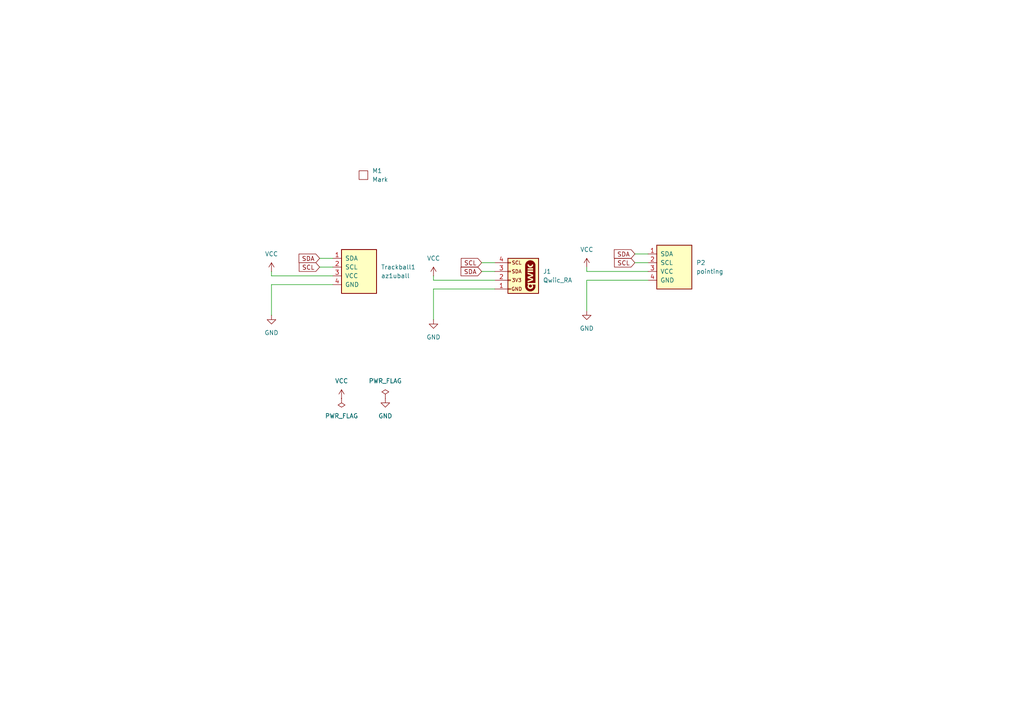
<source format=kicad_sch>
(kicad_sch (version 20231120) (generator "eeschema") (generator_version "8.0")
  (paper "A4")
  (lib_symbols
    (symbol "BrownSugar_KBD:Mark" (pin_numbers hide) (pin_names (offset 0) hide)
      (property "Reference" "M" (at 0 3.81 0))
      (property "Value" "Mark" (at 0 2.54 0))
      (symbol "Mark_0_1"
        (rectangle (start -1.27 1.27) (end 1.27 -1.27))
      )
    )
    (symbol "BrownSugar_KBD:OLED" (pin_names (offset 1.016))
      (property "Reference" "OL" (at 0 7.62 0))
      (property "Value" "OLED" (at 0 -7.62 0))
      (symbol "OLED_0_1"
        (rectangle (start -5.08 6.35) (end 5.08 -6.35) (stroke (width 0.254)) (fill (type background)))
      )
      (symbol "OLED_1_1"
        (pin bidirectional line (at -7.62 3.81 0) (length 2.54) (name "SDA") (number "1"))
        (pin bidirectional line (at -7.62 1.27 0) (length 2.54) (name "SCL") (number "2"))
        (pin power_in line (at -7.62 -1.27 0) (length 2.54) (name "VCC") (number "3"))
        (pin power_in line (at -7.62 -3.81 0) (length 2.54) (name "GND") (number "4"))
      )
    )
    (symbol "SparkFun-Connector:Qwiic_Right_Angle" (pin_names (offset 1.016) hide)
      (property "Reference" "J" (at 0 5.08 0))
      (property "Value" "Qwiic_RA" (at 0 -7.62 0))
      (symbol "Qwiic_Right_Angle_0_0"
        (polyline (pts (xy 5.6514 -4.1459) (xy 5.6299 -4.0654) (xy 5.5924 -3.9985) (xy 5.5373 -3.9428) (xy 5.4632 -3.8962) (xy 5.4394 -3.8843) (xy 5.402 -3.8678) (xy 5.3681 -3.8578) (xy 5.3294 -3.8521) (xy 5.2774 -3.8485) (xy 5.2184 -3.8474) (xy 5.1227 -3.8564) (xy 5.0405 -3.8803) (xy 4.9695 -3.9199) (xy 4.9078 -3.9759) (xy 4.8937 -3.9923) (xy 4.8535 -4.0549) (xy 4.8308 -4.124) (xy 4.8237 -4.2048) (xy 4.8239 -4.222) (xy 4.8343 -4.3011) (xy 4.8608 -4.3692) (xy 4.9051 -4.4308) (xy 4.9328 -4.4589) (xy 5.0009 -4.509) (xy 5.0793 -4.5424) (xy 5.1699 -4.5595) (xy 5.2745 -4.5612) (xy 5.3262 -4.5564) (xy 5.4199 -4.5347) (xy 5.4992 -4.4971) (xy 5.5638 -4.444) (xy 5.6131 -4.3757) (xy 5.6467 -4.2926) (xy 5.65 -4.2788) (xy 5.656 -4.2325) (xy 5.6563 -4.1875) (xy 5.6514 -4.1459)) (stroke (width 0.01)) (fill (type outline)))
        (polyline (pts (xy 6.6693 -0.6791) (xy 6.666 1.9332) (xy 6.6418 2.0386) (xy 6.6301 2.0866) (xy 6.5791 2.2527) (xy 6.5141 2.404) (xy 6.4337 2.5432) (xy 6.3364 2.673) (xy 6.2208 2.7959) (xy 6.1699 2.8428) (xy 6.0305 2.9527) (xy 5.8839 3.0422) (xy 5.7295 3.1115) (xy 5.5668 3.1608) (xy 5.3953 3.1902) (xy 5.2146 3.1999) (xy 5.1695 3.1994) (xy 5.0056 3.1868) (xy 4.8507 3.1568) (xy 4.7006 3.1083) (xy 4.5508 3.0404) (xy 4.5104 3.0187) (xy 4.3609 2.9237) (xy 4.2262 2.8129) (xy 4.1067 2.6872) (xy 4.0032 2.5475) (xy 3.9162 2.3947) (xy 3.8466 2.2295) (xy 3.7947 2.0528) (xy 3.7931 2.0453) (xy 3.7912 2.0356) (xy 3.7895 2.0242) (xy 3.7879 2.0106) (xy 3.7864 1.9938) (xy 3.785 1.9733) (xy 3.7837 1.9481) (xy 3.7825 1.9176) (xy 3.7815 1.8811) (xy 3.7805 1.8377) (xy 3.7796 1.7868) (xy 3.7789 1.7275) (xy 3.7781 1.6592) (xy 3.7775 1.5811) (xy 3.777 1.4925) (xy 3.7765 1.3925) (xy 3.7761 1.2805) (xy 3.7757 1.1557) (xy 3.7754 1.0174) (xy 3.7751 0.8648) (xy 3.7749 0.6972) (xy 3.7748 0.5138) (xy 3.7746 0.3139) (xy 3.7745 0.0967) (xy 3.7745 -0.1385) (xy 3.7744 -0.3925) (xy 3.7744 -0.666) (xy 3.7744 -0.9597) (xy 3.7744 -1.2744) (xy 3.7744 -4.5147) (xy 3.8041 -4.6318) (xy 3.8237 -4.7026) (xy 3.8837 -4.868) (xy 3.9606 -5.0206) (xy 4.0556 -5.1623) (xy 4.1695 -5.2947) (xy 4.2945 -5.4115) (xy 4.4355 -5.5159) (xy 4.5859 -5.6007) (xy 4.7459 -5.6661) (xy 4.916 -5.7122) (xy 5.0965 -5.7394) (xy 5.2571 -5.7442) (xy 5.4226 -5.7293) (xy 5.5891 -5.6949) (xy 5.7533 -5.6416) (xy 5.8236 -5.6121) (xy 5.9729 -5.5329) (xy 6.1112 -5.4365) (xy 6.237 -5.3244) (xy 6.3494 -5.1984) (xy 6.4469 -5.0601) (xy 6.5284 -4.9112) (xy 6.5926 -4.7532) (xy 6.6384 -4.5879) (xy 6.6645 -4.4168) (xy 6.6652 -4.405) (xy 6.6664 -4.3703) (xy 6.6676 -4.3199) (xy 6.6687 -4.2572) (xy 6.6696 -4.1859) (xy 6.6703 -4.1097) (xy 6.6721 -3.846) (xy 6.2655 -3.846) (xy 5.8589 -3.846) (xy 5.9219 -3.9104) (xy 5.9349 -3.9241) (xy 6.0001 -4.0112) (xy 6.0471 -4.1097) (xy 6.0754 -4.2189) (xy 6.085 -4.338) (xy 6.0781 -4.4509) (xy 6.0523 -4.5755) (xy 6.0066 -4.6941) (xy 5.952 -4.7864) (xy 5.8765 -4.8752) (xy 5.7858 -4.9517) (xy 5.6826 -5.0132) (xy 5.6313 -5.0372) (xy 5.5644 -5.0638) (xy 5.4981 -5.0834) (xy 5.4249 -5.0981) (xy 5.3375 -5.1098) (xy 5.2452 -5.1158) (xy 5.122 -5.1113) (xy 5.0004 -5.0938) (xy 4.8864 -5.0641) (xy 4.7856 -5.0232) (xy 4.6831 -4.9619) (xy 4.5878 -4.8817) (xy 4.5089 -4.7878) (xy 4.4472 -4.6811) (xy 4.4036 -4.5627) (xy 4.4031 -4.5611) (xy 4.3912 -4.4987) (xy 4.3845 -4.4244) (xy 4.3831 -4.3446) (xy 4.3869 -4.2661) (xy 4.3957 -4.1956) (xy 4.4094 -4.1396) (xy 4.4322 -4.082) (xy 4.485 -3.9879) (xy 4.5552 -3.9031) (xy 4.6109 -3.846) (xy 4.5052 -3.846) (xy 4.3996 -3.846) (xy 4.3996 -3.5687) (xy 4.3996 -3.2914) (xy 4.405 -3.2914) (xy 4.405 -3.2023) (xy 4.4021 -2.9296) (xy 4.4018 -2.8964) (xy 4.4015 -2.8076) (xy 4.4023 -2.7393) (xy 4.4041 -2.6908) (xy 4.407 -2.6611) (xy 4.4111 -2.6495) (xy 4.4137 -2.6484) (xy 4.434 -2.6418) (xy 4.4723 -2.6298) (xy 4.5268 -2.6132) (xy 4.5954 -2.5924) (xy 4.6761 -2.5683) (xy 4.767 -2.5412) (xy 4.866 -2.5118) (xy 4.9713 -2.4808) (xy 5.0173 -2.4672) (xy 5.119 -2.4369) (xy 5.2131 -2.4086) (xy 5.2977 -2.3828) (xy 5.3709 -2.3601) (xy 5.4307 -2.3411) (xy 5.4753 -2.3264) (xy 5.5029 -2.3166) (xy 5.5114 -2.3123) (xy 5.505 -2.3098) (xy 5.4796 -2.3016) (xy 5.4371 -2.2885) (xy 5.3794 -2.2711) (xy 5.3088 -2.2502) (xy 5.2275 -2.2264) (xy 5.1375 -2.2002) (xy 5.0411 -2.1724) (xy 4.9851 -2.1562) (xy 4.8864 -2.1278) (xy 4.7926 -2.1007) (xy 4.7062 -2.0757) (xy 4.63 -2.0536) (xy 4.5666 -2.0351) (xy 4.5187 -2.0211) (xy 4.4891 -2.0123) (xy 4.3992 -1.9852) (xy 4.4021 -1.7229) (xy 4.405 -1.4606) (xy 4.5844 -1.4084) (xy 4.6163 -1.3992) (xy 4.7739 -1.3533) (xy 4.9121 -1.3131) (xy 5.0321 -1.278) (xy 5.1352 -1.2478) (xy 5.2224 -1.2221) (xy 5.2951 -1.2004) (xy 5.3545 -1.1824) (xy 5.4018 -1.1676) (xy 5.4382 -1.1558) (xy 5.465 -1.1465) (xy 5.4834 -1.1392) (xy 5.4945 -1.1338) (xy 5.4997 -1.1296) (xy 5.5001 -1.1264) (xy 5.497 -1.1238) (xy 5.4915 -1.1214) (xy 5.4896 -1.1207) (xy 5.4687 -1.114) (xy 5.4296 -1.1019) (xy 5.3743 -1.0851) (xy 5.3049 -1.0643) (xy 5.2237 -1.04) (xy 5.1326 -1.013) (xy 5.0339 -0.9838) (xy 4.9297 -0.9531) (xy 4.3996 -0.7973) (xy 4.3996 -0.533) (xy 4.3997 -0.479) (xy 4.4004 -0.4111) (xy 4.4015 -0.3532) (xy 4.4029 -0.3082) (xy 4.4047 -0.279) (xy 4.4066 -0.2687) (xy 4.409 -0.2694) (xy 4.4284 -0.2761) (xy 4.4661 -0.2895) (xy 4.5204 -0.309) (xy 4.5899 -0.3341) (xy 4.6729 -0.3642) (xy 4.7681 -0.3988) (xy 4.8737 -0.4372) (xy 4.9883 -0.479) (xy 5.1104 -0.5236) (xy 5.2384 -0.5703) (xy 6.0632 -0.872) (xy 6.0632 -0.1926) (xy 5.2314 -0.1926) (xy 4.3996 -0.1926) (xy 4.3996 0.0793) (xy 4.3996 0.3511) (xy 5.2314 0.3511) (xy 6.0632 0.3511) (xy 6.0632 0.4598) (xy 5.2314 0.4598) (xy 4.3996 0.4598) (xy 4.3996 0.7317) (xy 4.3996 1.0035) (xy 5.2314 1.0035) (xy 5.2368 1.0035) (xy 5.2368 1.1177) (xy 5.1465 1.1192) (xy 5.0667 1.1248) (xy 4.9975 1.1357) (xy 4.9332 1.1532) (xy 4.8683 1.1784) (xy 4.7971 1.2126) (xy 4.7662 1.2298) (xy 4.6808 1.2903) (xy 4.6008 1.3651) (xy 4.5314 1.4489) (xy 4.4781 1.5363) (xy 4.4686 1.5557) (xy 4.4306 1.6462) (xy 4.4052 1.7353) (xy 4.3905 1.8304) (xy 4.385 1.9386) (xy 4.3833 2.0745) (xy 4.6089 2.0775) (xy 4.8345 2.0804) (xy 4.8348 1.9959) (xy 4.8368 1.9483) (xy 4.8488 1.8858) (xy 4.8738 1.8316) (xy 4.9144 1.7788) (xy 4.9734 1.7289) (xy 5.0458 1.6921) (xy 5.1277 1.6689) (xy 5.215 1.6593) (xy 5.3038 1.6635) (xy 5.3902 1.6815) (xy 5.4702 1.7136) (xy 5.54 1.7597) (xy 5.5733 1.7923) (xy 5.6073 1.844) (xy 5.628 1.9066) (xy 5.6372 1.9843) (xy 5.6418 2.0804) (xy 5.8607 2.0775) (xy 6.0795 2.0745) (xy 6.0811 1.9712) (xy 6.0811 1.9207) (xy 6.0739 1.8134) (xy 6.0554 1.7157) (xy 6.024 1.6204) (xy 5.9781 1.5204) (xy 5.9341 1.4457) (xy 5.8571 1.3499) (xy 5.7651 1.2695) (xy 5.6591 1.2056) (xy 5.6251 1.1892) (xy 5.5646 1.1627) (xy 5.5097 1.1435) (xy 5.4549 1.1305) (xy 5.3948 1.1226) (xy 5.3239 1.1188) (xy 5.2368 1.1177) (xy 5.2368 1.0035) (xy 6.0632 1.0035) (xy 6.0632 0.7317) (xy 6.0632 0.4598) (xy 6.0632 0.3511) (xy 6.0632 0.0793) (xy 6.0632 -0.1926) (xy 6.0632 -0.872) (xy 6.0632 -1.1439) (xy 6.0632 -1.4158) (xy 5.552 -1.5728) (xy 5.5357 -1.5778) (xy 5.4361 -1.6086) (xy 5.3436 -1.6376) (xy 5.2603 -1.6641) (xy 5.1881 -1.6874) (xy 5.129 -1.707) (xy 5.0848 -1.7222) (xy 5.0575 -1.7324) (xy 5.0491 -1.7369) (xy 5.0493 -1.737) (xy 5.0624 -1.742) (xy 5.094 -1.7527) (xy 5.1423 -1.7684) (xy 5.2051 -1.7886) (xy 5.2803 -1.8124) (xy 5.3659 -1.8394) (xy 5.46 -1.8688) (xy 5.5603 -1.9) (xy 6.0632 -2.0559) (xy 6.063 -2.3284) (xy 6.0628 -2.601) (xy 5.2339 -2.9017) (xy 4.405 -3.2023) (xy 4.405 -3.2914) (xy 5.5361 -3.2914) (xy 6.6725 -3.2914) (xy 6.6693 -0.6791)) (stroke (width 0.01)) (fill (type outline)))
      )
      (symbol "Qwiic_Right_Angle_1_1"
        (rectangle (start -1.27 -4.953) (end -0.508 -5.207) (stroke (width 0.1524)))
        (rectangle (start -1.27 -2.413) (end -0.508 -2.667) (stroke (width 0.1524)))
        (rectangle (start -1.27 0.127) (end -0.508 -0.127) (stroke (width 0.1524)))
        (rectangle (start -1.27 2.667) (end -0.508 2.413) (stroke (width 0.1524)))
        (rectangle (start -1.27 3.81) (end 7.62 -6.35) (stroke (width 0.254)) (fill (type background)))
        (text "3V3" (at 1.27 -2.54 0) (effects (font (size 1 1))))
        (text "GND" (at 1.27 -5.08 0) (effects (font (size 1 1))))
        (text "SCL" (at 1.27 2.54 0) (effects (font (size 1 1))))
        (text "SDA" (at 1.27 0 0) (effects (font (size 1 1))))
        (pin passive line (at -5.08 -5.08 0) (length 3.81) (name "Pin_1") (number "1"))
        (pin passive line (at -5.08 -2.54 0) (length 3.81) (name "Pin_2") (number "2"))
        (pin passive line (at -5.08 0 0) (length 3.81) (name "Pin_3") (number "3"))
        (pin passive line (at -5.08 2.54 0) (length 3.81) (name "Pin_4") (number "4"))
        (pin no_connect line (at 5.08 3.81 270) (length 2.54) hide (name "NC") (number "NC1"))
        (pin no_connect line (at 6.35 3.81 270) (length 2.54) hide (name "NC") (number "NC2"))
      )
    )
    (symbol "power:GND" (power) (pin_numbers hide) (pin_names (offset 0) hide)
      (property "Value" "GND" (at 0 -3.81 0))
      (symbol "GND_0_1"
        (polyline (pts (xy 0 0) (xy 0 -1.27) (xy 1.27 -1.27) (xy 0 -2.54) (xy -1.27 -1.27) (xy 0 -1.27)))
      )
      (symbol "GND_1_1"
        (pin power_in line (at 0 0 270) (length 0) (name "~") (number "1"))
      )
    )
    (symbol "power:PWR_FLAG" (power) (pin_numbers hide) (pin_names (offset 0) hide)
      (property "Value" "PWR_FLAG" (at 0 3.81 0))
      (symbol "PWR_FLAG_0_0"
        (pin power_out line (at 0 0 90) (length 0) (name "~") (number "1"))
      )
      (symbol "PWR_FLAG_0_1"
        (polyline (pts (xy 0 0) (xy 0 1.27) (xy -1.016 1.905) (xy 0 2.54) (xy 1.016 1.905) (xy 0 1.27)))
      )
    )
    (symbol "power:VCC" (power) (pin_numbers hide) (pin_names (offset 0) hide)
      (property "Value" "VCC" (at 0 3.556 0))
      (symbol "VCC_0_1"
        (polyline (pts (xy -0.762 1.27) (xy 0 2.54)))
        (polyline (pts (xy 0 0) (xy 0 2.54)))
        (polyline (pts (xy 0 2.54) (xy 0.762 1.27)))
      )
      (symbol "VCC_1_1"
        (pin power_in line (at 0 0 90) (length 0) (name "~") (number "1"))
      )
    )
  )
  (wire (pts (xy 125.73 80.01) (xy 125.73 81.28)))
  (wire (pts (xy 78.74 82.55) (xy 96.52 82.55)))
  (wire (pts (xy 125.73 81.28) (xy 143.51 81.28)))
  (wire (pts (xy 170.18 77.47) (xy 170.18 78.74)))
  (wire (pts (xy 170.18 81.28) (xy 187.96 81.28)))
  (wire (pts (xy 125.73 83.82) (xy 143.51 83.82)))
  (wire (pts (xy 78.74 80.01) (xy 96.52 80.01)))
  (wire (pts (xy 78.74 82.55) (xy 78.74 91.44)))
  (wire (pts (xy 184.15 76.2) (xy 187.96 76.2)))
  (wire (pts (xy 139.7 76.2) (xy 143.51 76.2)))
  (wire (pts (xy 92.71 74.93) (xy 96.52 74.93)))
  (wire (pts (xy 170.18 81.28) (xy 170.18 90.17)))
  (wire (pts (xy 92.71 77.47) (xy 96.52 77.47)))
  (wire (pts (xy 170.18 78.74) (xy 187.96 78.74)))
  (wire (pts (xy 184.15 73.66) (xy 187.96 73.66)))
  (wire (pts (xy 125.73 83.82) (xy 125.73 92.71)))
  (wire (pts (xy 78.74 78.74) (xy 78.74 80.01)))
  (wire (pts (xy 139.7 78.74) (xy 143.51 78.74)))
  (global_label "SDA" (shape input) (at 184.15 73.66 180) (property "Intersheetrefs" "${INTERSHEET_REFS}" (effects (hide yes))))
  (global_label "SCL" (shape input) (at 184.15 76.2 180) (property "Intersheetrefs" "${INTERSHEET_REFS}" (effects (hide yes))))
  (global_label "SCL" (shape input) (at 139.7 76.2 180) (property "Intersheetrefs" "${INTERSHEET_REFS}" (effects (hide yes))))
  (global_label "SCL" (shape input) (at 92.71 77.47 180) (property "Intersheetrefs" "${INTERSHEET_REFS}" (effects (hide yes))))
  (global_label "SDA" (shape input) (at 139.7 78.74 180) (property "Intersheetrefs" "${INTERSHEET_REFS}" (effects (hide yes))))
  (global_label "SDA" (shape input) (at 92.71 74.93 180) (property "Intersheetrefs" "${INTERSHEET_REFS}" (effects (hide yes))))
  (symbol (lib_id "power:GND") (at 125.73 92.71 0) (unit 1)
    (property "Reference" "#PWR04" (effects (hide yes)))
    (property "Value" "GND" (at 125.73 97.79 0))
    (property "Description" "Power symbol creates a global label with name \"GND\" , ground" (effects (hide yes)))
  )
  (symbol (lib_id "power:VCC") (at 99.06 115.57 0) (unit 1)
    (property "Reference" "#PWR05" (effects (hide yes)))
    (property "Value" "VCC" (at 99.06 110.49 0))
    (property "Description" "Power symbol creates a global label with name \"VCC\"" (effects (hide yes)))
  )
  (symbol (lib_id "power:PWR_FLAG") (at 99.06 115.57 180) (unit 1)
    (property "Reference" "#FLG01" (effects (hide yes)))
    (property "Value" "PWR_FLAG" (at 99.06 120.65 0))
    (property "Description" "Special symbol for telling ERC where power comes from" (effects (hide yes)))
  )
  (symbol (lib_id "SparkFun-Connector:Qwiic_Right_Angle") (at 148.59 78.74 0) (unit 1)
    (property "Reference" "J1" (at 157.48 78.7399 0) (effects (justify left)))
    (property "Value" "Qwiic_RA" (at 157.48 81.2799 0) (effects (justify left)))
    (property "Footprint" "SparkFun-Connector:JST_SMD_1.0mm-4_Black" (effects (hide yes)))
    (property "Datasheet" "https://www.jst-mfg.com/product/pdf/eng/eSH.pdf" (effects (hide yes)))
    (property "Description" "4 pin JST 1mm polarized connector for I2C" (effects (hide yes)))
    (property "PROD_ID" "CONN-13694" (effects (hide yes)))
  )
  (symbol (lib_id "power:GND") (at 78.74 91.44 0) (unit 1)
    (property "Reference" "#PWR02" (effects (hide yes)))
    (property "Value" "GND" (at 78.74 96.52 0))
    (property "Description" "Power symbol creates a global label with name \"GND\" , ground" (effects (hide yes)))
  )
  (symbol (lib_id "power:VCC") (at 170.18 77.47 0) (unit 1)
    (property "Reference" "#PWR07" (effects (hide yes)))
    (property "Value" "VCC" (at 170.18 72.39 0))
    (property "Description" "Power symbol creates a global label with name \"VCC\"" (effects (hide yes)))
  )
  (symbol (lib_id "power:VCC") (at 125.73 80.01 0) (unit 1)
    (property "Reference" "#PWR03" (effects (hide yes)))
    (property "Value" "VCC" (at 125.73 74.93 0))
    (property "Description" "Power symbol creates a global label with name \"VCC\"" (effects (hide yes)))
  )
  (symbol (lib_id "power:VCC") (at 78.74 78.74 0) (unit 1)
    (property "Reference" "#PWR01" (effects (hide yes)))
    (property "Value" "VCC" (at 78.74 73.66 0))
    (property "Description" "Power symbol creates a global label with name \"VCC\"" (effects (hide yes)))
  )
  (symbol (lib_id "BrownSugar_KBD:Mark") (at 105.41 50.8 0) (unit 1)
    (property "Reference" "M1" (at 107.95 49.5299 0) (effects (justify left)))
    (property "Value" "Mark" (at 107.95 52.0699 0) (effects (justify left)))
    (property "Footprint" "Rikkodo_FootPrint:rkd_Point_Cut" (effects (hide yes)))
  )
  (symbol (lib_id "power:GND") (at 170.18 90.17 0) (unit 1)
    (property "Reference" "#PWR08" (effects (hide yes)))
    (property "Value" "GND" (at 170.18 95.25 0))
    (property "Description" "Power symbol creates a global label with name \"GND\" , ground" (effects (hide yes)))
  )
  (symbol (lib_id "BrownSugar_KBD:OLED") (at 104.14 78.74 0) (unit 1)
    (property "Reference" "Trackball1" (at 110.49 77.4699 0) (effects (justify left)))
    (property "Value" "az1uball" (at 110.49 80.0099 0) (effects (justify left)))
    (property "Footprint" "kicad:AZ1UBALL" (effects (hide yes)))
  )
  (symbol (lib_id "power:GND") (at 111.76 115.57 0) (unit 1)
    (property "Reference" "#PWR06" (effects (hide yes)))
    (property "Value" "GND" (at 111.76 120.65 0))
    (property "Description" "Power symbol creates a global label with name \"GND\" , ground" (effects (hide yes)))
  )
  (symbol (lib_id "power:PWR_FLAG") (at 111.76 115.57 0) (unit 1)
    (property "Reference" "#FLG02" (effects (hide yes)))
    (property "Value" "PWR_FLAG" (at 111.76 110.49 0))
    (property "Description" "Special symbol for telling ERC where power comes from" (effects (hide yes)))
  )
  (symbol (lib_id "BrownSugar_KBD:OLED") (at 195.58 77.47 0) (unit 1)
    (property "Reference" "P2" (at 201.93 76.1999 0) (effects (justify left)))
    (property "Value" "pointing" (at 201.93 78.7399 0) (effects (justify left)))
    (property "Footprint" "kbd_Parts:OLED" (effects (hide yes)))
  )
)
</source>
